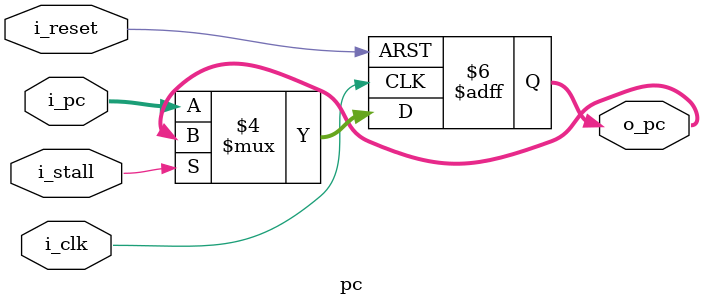
<source format=sv>


//     wire [4:0] w_opcode = i_inst[6:2];

//     // Example load detection: only 00000 (LB) for simplicity
//     wire w_load = ~w_opcode[4] & ~w_opcode[3] & ~w_opcode[2] & ~w_opcode[1] & ~w_opcode[0]; // 00000;

//     // FF for next PC and stall signal
//     always @(posedge i_clk or negedge i_reset) begin
//         if (!i_reset) begin
//             o_pc    <= 32'b0;
//             r_stall <= 1'b0;
//         end else begin
//             o_pc    <= w_pc_next;
//             r_stall <= w_stall_next;
//         end
//     end

//     // Mux to select next PC and stall signal
//     // If load instruction is detected, hold PC and assert stall
//     wire w_lsu_load_stall = !w_load | ( w_load & r_stall);
//     mux_2to1_32bit pc_mux (
//         .i_in0(o_pc),
//         .i_in1(i_pc),
//         .i_sel(w_lsu_load_stall),
//         .o_out(w_pc_next)
//     );

//     mux_2to1_1bit stall_mux (
//         .i_in0(1'b1),
//         .i_in1(1'b0),
//         .i_sel(w_lsu_load_stall),
//         .o_out(w_stall_next)
//     );

// endmodule

// Old version:
// Memory need wait one more cycle to load data from memory to regfile.
// So this module is not used anymore.

module pc (
	input  wire        i_clk,      // Clock input
	input  wire        i_reset,    // Active-low synchronous reset
	input  wire        i_stall,    // Stall signal
	input  wire [31:0] i_pc,       // Input PC value (next PC)
	output reg  [31:0] o_pc        // Output PC value (current PC)
);

	// PC update logic
	always @(posedge i_clk or negedge i_reset) begin
		if (!i_reset)
			o_pc <= 32'b0;         // Reset PC to 0
		else if (!i_stall)
			o_pc <= i_pc;          // Update PC with new value
	end

endmodule

</source>
